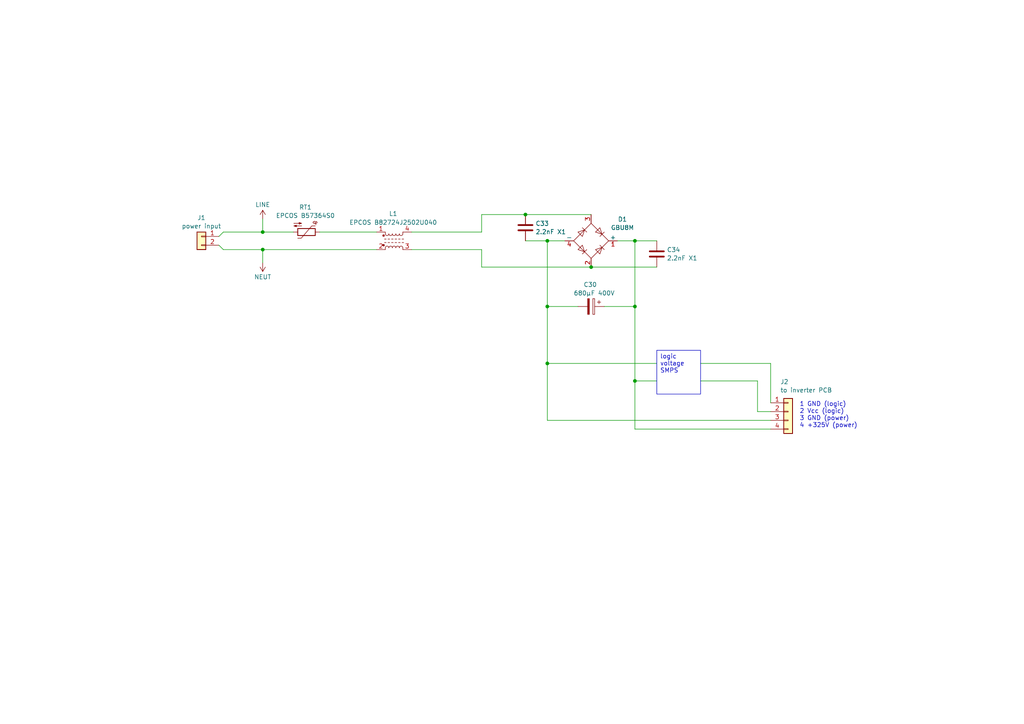
<source format=kicad_sch>
(kicad_sch (version 20231120) (generator "eeschema") (generator_version "8.0")
  (paper "A4")
  (lib_symbols
    (symbol "Connector_Generic:Conn_01x02" (pin_names (offset 1.016) hide)
      (property "Reference" "J" (at 0 2.54 0))
      (property "Value" "Conn_01x02" (at 0 -5.08 0))
      (symbol "Conn_01x02_1_1"
        (rectangle (start -1.27 -2.413) (end 0 -2.667) (stroke (width 0.1524)))
        (rectangle (start -1.27 0.127) (end 0 -0.127) (stroke (width 0.1524)))
        (rectangle (start -1.27 1.27) (end 1.27 -3.81) (stroke (width 0.254)) (fill (type background)))
        (pin passive line (at -5.08 0 0) (length 3.81) (name "Pin_1") (number "1"))
        (pin passive line (at -5.08 -2.54 0) (length 3.81) (name "Pin_2") (number "2"))
      )
    )
    (symbol "Connector_Generic:Conn_01x04" (pin_names (offset 1.016) hide)
      (property "Reference" "J" (at 0 5.08 0))
      (property "Value" "Conn_01x04" (at 0 -7.62 0))
      (symbol "Conn_01x04_1_1"
        (rectangle (start -1.27 -4.953) (end 0 -5.207) (stroke (width 0.1524)))
        (rectangle (start -1.27 -2.413) (end 0 -2.667) (stroke (width 0.1524)))
        (rectangle (start -1.27 0.127) (end 0 -0.127) (stroke (width 0.1524)))
        (rectangle (start -1.27 2.667) (end 0 2.413) (stroke (width 0.1524)))
        (rectangle (start -1.27 3.81) (end 1.27 -6.35) (stroke (width 0.254)) (fill (type background)))
        (pin passive line (at -5.08 2.54 0) (length 3.81) (name "Pin_1") (number "1"))
        (pin passive line (at -5.08 0 0) (length 3.81) (name "Pin_2") (number "2"))
        (pin passive line (at -5.08 -2.54 0) (length 3.81) (name "Pin_3") (number "3"))
        (pin passive line (at -5.08 -5.08 0) (length 3.81) (name "Pin_4") (number "4"))
      )
    )
    (symbol "Device:C" (pin_numbers hide) (pin_names (offset 0.254))
      (property "Reference" "C" (at 0.635 2.54 0))
      (property "Value" "C" (at 0.635 -2.54 0))
      (symbol "C_0_1"
        (polyline (pts (xy -2.032 -0.762) (xy 2.032 -0.762)) (stroke (width 0.508)))
        (polyline (pts (xy -2.032 0.762) (xy 2.032 0.762)) (stroke (width 0.508)))
      )
      (symbol "C_1_1"
        (pin passive line (at 0 3.81 270) (length 2.794) (name "~") (number "1"))
        (pin passive line (at 0 -3.81 90) (length 2.794) (name "~") (number "2"))
      )
    )
    (symbol "Device:C_Polarized" (pin_numbers hide) (pin_names (offset 0.254))
      (property "Reference" "C" (at 0.635 2.54 0))
      (property "Value" "C_Polarized" (at 0.635 -2.54 0))
      (symbol "C_Polarized_0_1"
        (rectangle (start -2.286 0.508) (end 2.286 1.016))
        (polyline (pts (xy -1.778 2.286) (xy -0.762 2.286)))
        (polyline (pts (xy -1.27 2.794) (xy -1.27 1.778)))
        (rectangle (start 2.286 -0.508) (end -2.286 -1.016) (fill (type outline)))
      )
      (symbol "C_Polarized_1_1"
        (pin passive line (at 0 3.81 270) (length 2.794) (name "~") (number "1"))
        (pin passive line (at 0 -3.81 90) (length 2.794) (name "~") (number "2"))
      )
    )
    (symbol "Device:L_Ferrite_Coupled_1423" (pin_names (offset 0.254) hide)
      (property "Reference" "L" (at 0 4.445 0))
      (property "Value" "L_Ferrite_Coupled_1423" (at 0 -4.445 0))
      (symbol "L_Ferrite_Coupled_1423_0_1"
        (circle (center -3.048 -1.27) (radius 0.254) (fill (type outline)))
        (circle (center -3.048 1.524) (radius 0.254) (fill (type outline)))
        (arc (start -2.54 2.032) (mid -2.032 1.5262) (end -1.524 2.032))
        (arc (start -1.524 -2.032) (mid -2.032 -1.5262) (end -2.54 -2.032))
        (arc (start -1.524 2.032) (mid -1.016 1.5262) (end -0.508 2.032))
        (arc (start -0.508 -2.032) (mid -1.016 -1.5262) (end -1.524 -2.032))
        (arc (start -0.508 2.032) (mid 0 1.5262) (end 0.508 2.032))
        (polyline (pts (xy -2.794 -0.508) (xy -2.286 -0.508)))
        (polyline (pts (xy -2.794 0.508) (xy -2.286 0.508)))
        (polyline (pts (xy -2.54 -2.032) (xy -2.54 -2.54)))
        (polyline (pts (xy -2.54 2.032) (xy -2.54 2.54)))
        (polyline (pts (xy -1.778 -0.508) (xy -1.27 -0.508)))
        (polyline (pts (xy -1.778 0.508) (xy -1.27 0.508)))
        (polyline (pts (xy -0.762 -0.508) (xy -0.254 -0.508)))
        (polyline (pts (xy -0.762 0.508) (xy -0.254 0.508)))
        (polyline (pts (xy 0.254 -0.508) (xy 0.762 -0.508)))
        (polyline (pts (xy 0.254 0.508) (xy 0.762 0.508)))
        (polyline (pts (xy 1.27 -0.508) (xy 1.778 -0.508)))
        (polyline (pts (xy 1.27 0.508) (xy 1.778 0.508)))
        (polyline (pts (xy 2.286 -0.508) (xy 2.794 -0.508)))
        (polyline (pts (xy 2.286 0.508) (xy 2.794 0.508)))
        (polyline (pts (xy 2.54 -2.032) (xy 2.54 -2.54)))
        (polyline (pts (xy 2.54 2.54) (xy 2.54 2.032)))
        (arc (start 0.508 -2.032) (mid 0 -1.5262) (end -0.508 -2.032))
        (arc (start 0.508 2.032) (mid 1.016 1.5262) (end 1.524 2.032))
        (arc (start 1.524 -2.032) (mid 1.016 -1.5262) (end 0.508 -2.032))
        (arc (start 1.524 2.032) (mid 2.032 1.5262) (end 2.54 2.032))
        (arc (start 2.54 -2.032) (mid 2.032 -1.5262) (end 1.524 -2.032))
      )
      (symbol "L_Ferrite_Coupled_1423_1_1"
        (pin passive line (at -5.08 2.54 0) (length 2.54) (name "1") (number "1"))
        (pin passive line (at -5.08 -2.54 0) (length 2.54) (name "2") (number "2"))
        (pin passive line (at 5.08 -2.54 180) (length 2.54) (name "3") (number "3"))
        (pin passive line (at 5.08 2.54 180) (length 2.54) (name "4") (number "4"))
      )
    )
    (symbol "Device:Thermistor_NTC" (pin_numbers hide) (pin_names (offset 0))
      (property "Reference" "TH" (at -4.445 0 90))
      (property "Value" "Thermistor_NTC" (at 3.175 0 90))
      (symbol "Thermistor_NTC_0_1"
        (arc (start -3.048 2.159) (mid -3.0495 2.3143) (end -3.175 2.413))
        (arc (start -3.048 2.159) (mid -2.9736 1.9794) (end -2.794 1.905))
        (arc (start -3.048 2.794) (mid -2.9736 2.6144) (end -2.794 2.54))
        (arc (start -2.794 1.905) (mid -2.6144 1.9794) (end -2.54 2.159))
        (arc (start -2.794 2.54) (mid -2.4393 2.5587) (end -2.159 2.794))
        (arc (start -2.794 3.048) (mid -2.9736 2.9736) (end -3.048 2.794))
        (arc (start -2.54 2.794) (mid -2.6144 2.9736) (end -2.794 3.048))
        (rectangle (start -1.016 2.54) (end 1.016 -2.54) (stroke (width 0.254)))
        (polyline (pts (xy -2.54 2.159) (xy -2.54 2.794)))
        (polyline (pts (xy -1.778 2.54) (xy -1.778 1.524) (xy 1.778 -1.524) (xy 1.778 -2.54)))
        (polyline (pts (xy -2.54 -3.683) (xy -2.54 -1.397) (xy -2.794 -2.159) (xy -2.286 -2.159) (xy -2.54 -1.397) (xy -2.54 -1.651)) (fill (type outline)))
        (polyline (pts (xy -1.778 -1.397) (xy -1.778 -3.683) (xy -2.032 -2.921) (xy -1.524 -2.921) (xy -1.778 -3.683) (xy -1.778 -3.429)) (fill (type outline)))
      )
      (symbol "Thermistor_NTC_1_1"
        (pin passive line (at 0 3.81 270) (length 1.27) (name "~") (number "1"))
        (pin passive line (at 0 -3.81 90) (length 1.27) (name "~") (number "2"))
      )
    )
    (symbol "Diode_Bridge:GBU8M" (pin_names (offset 0))
      (property "Reference" "D" (at 2.54 6.985 0))
      (property "Value" "GBU8M" (at 2.54 5.08 0))
      (symbol "GBU8M_0_1"
        (polyline (pts (xy -2.54 3.81) (xy -1.27 2.54)))
        (polyline (pts (xy -1.27 -2.54) (xy -2.54 -3.81)))
        (polyline (pts (xy 2.54 -1.27) (xy 3.81 -2.54)))
        (polyline (pts (xy 2.54 1.27) (xy 3.81 2.54)))
        (polyline (pts (xy -3.81 2.54) (xy -2.54 1.27) (xy -1.905 3.175) (xy -3.81 2.54)))
        (polyline (pts (xy -2.54 -1.27) (xy -3.81 -2.54) (xy -1.905 -3.175) (xy -2.54 -1.27)))
        (polyline (pts (xy 1.27 2.54) (xy 2.54 3.81) (xy 3.175 1.905) (xy 1.27 2.54)))
        (polyline (pts (xy 3.175 -1.905) (xy 1.27 -2.54) (xy 2.54 -3.81) (xy 3.175 -1.905)))
        (polyline (pts (xy -5.08 0) (xy 0 -5.08) (xy 5.08 0) (xy 0 5.08) (xy -5.08 0)))
      )
      (symbol "GBU8M_1_1"
        (pin passive line (at 7.62 0 180) (length 2.54) (name "+") (number "1"))
        (pin passive line (at 0 -7.62 90) (length 2.54) (name "~") (number "2"))
        (pin passive line (at 0 7.62 270) (length 2.54) (name "~") (number "3"))
        (pin passive line (at -7.62 0 0) (length 2.54) (name "-") (number "4"))
      )
    )
    (symbol "power:LINE" (power) (pin_numbers hide) (pin_names (offset 0) hide)
      (property "Value" "LINE" (at 0 3.556 0))
      (symbol "LINE_0_1"
        (polyline (pts (xy -0.762 1.27) (xy 0 2.54)))
        (polyline (pts (xy 0 0) (xy 0 2.54)))
        (polyline (pts (xy 0 2.54) (xy 0.762 1.27)))
      )
      (symbol "LINE_1_1"
        (pin power_in line (at 0 0 90) (length 0) (name "~") (number "1"))
      )
    )
    (symbol "power:NEUT" (power) (pin_numbers hide) (pin_names (offset 0) hide)
      (property "Value" "NEUT" (at 0 3.556 0))
      (symbol "NEUT_0_1"
        (polyline (pts (xy -0.762 1.27) (xy 0 2.54)))
        (polyline (pts (xy 0 0) (xy 0 2.54)))
        (polyline (pts (xy 0 2.54) (xy 0.762 1.27)))
      )
      (symbol "NEUT_1_1"
        (pin power_in line (at 0 0 90) (length 0) (name "~") (number "1"))
      )
    )
  )
  (junction (at 158.75 69.85))
  (junction (at 184.15 88.9))
  (junction (at 76.2 67.31))
  (junction (at 158.75 88.9))
  (junction (at 158.75 105.41))
  (junction (at 152.4 62.23))
  (junction (at 184.15 69.85))
  (junction (at 184.15 110.49))
  (junction (at 76.2 72.39))
  (junction (at 171.45 77.47))
  (wire (pts (xy 184.15 110.49) (xy 190.5 110.49)))
  (wire (pts (xy 184.15 124.46) (xy 223.52 124.46)))
  (wire (pts (xy 139.7 72.39) (xy 139.7 77.47)))
  (wire (pts (xy 76.2 72.39) (xy 76.2 76.2)))
  (wire (pts (xy 158.75 69.85) (xy 163.83 69.85)))
  (wire (pts (xy 184.15 110.49) (xy 184.15 124.46)))
  (wire (pts (xy 139.7 67.31) (xy 119.38 67.31)))
  (wire (pts (xy 158.75 88.9) (xy 158.75 105.41)))
  (wire (pts (xy 175.26 88.9) (xy 184.15 88.9)))
  (wire (pts (xy 184.15 69.85) (xy 190.5 69.85)))
  (wire (pts (xy 219.71 119.38) (xy 223.52 119.38)))
  (wire (pts (xy 203.2 110.49) (xy 219.71 110.49)))
  (wire (pts (xy 64.77 67.31) (xy 76.2 67.31)))
  (wire (pts (xy 76.2 72.39) (xy 109.22 72.39)))
  (wire (pts (xy 158.75 88.9) (xy 167.64 88.9)))
  (wire (pts (xy 63.5 71.12) (xy 64.77 72.39)))
  (wire (pts (xy 184.15 88.9) (xy 184.15 110.49)))
  (wire (pts (xy 158.75 105.41) (xy 190.5 105.41)))
  (wire (pts (xy 152.4 62.23) (xy 171.45 62.23)))
  (wire (pts (xy 179.07 69.85) (xy 184.15 69.85)))
  (wire (pts (xy 152.4 69.85) (xy 158.75 69.85)))
  (wire (pts (xy 203.2 105.41) (xy 223.52 105.41)))
  (wire (pts (xy 158.75 105.41) (xy 158.75 121.92)))
  (wire (pts (xy 223.52 105.41) (xy 223.52 116.84)))
  (wire (pts (xy 63.5 68.58) (xy 64.77 67.31)))
  (wire (pts (xy 139.7 62.23) (xy 152.4 62.23)))
  (wire (pts (xy 219.71 110.49) (xy 219.71 119.38)))
  (wire (pts (xy 76.2 63.5) (xy 76.2 67.31)))
  (wire (pts (xy 139.7 62.23) (xy 139.7 67.31)))
  (wire (pts (xy 139.7 77.47) (xy 171.45 77.47)))
  (wire (pts (xy 184.15 69.85) (xy 184.15 88.9)))
  (wire (pts (xy 158.75 121.92) (xy 223.52 121.92)))
  (wire (pts (xy 92.71 67.31) (xy 109.22 67.31)))
  (wire (pts (xy 171.45 77.47) (xy 190.5 77.47)))
  (wire (pts (xy 158.75 69.85) (xy 158.75 88.9)))
  (wire (pts (xy 76.2 67.31) (xy 85.09 67.31)))
  (wire (pts (xy 119.38 72.39) (xy 139.7 72.39)))
  (wire (pts (xy 64.77 72.39) (xy 76.2 72.39)))
  (text_box "logic voltage SMPS" (at 190.5 101.6 0) (size 12.7 12.7) (effects (font (size 1.27 1.27)) (justify left top)))
  (text "1 GND (logic)\n2 Vcc (logic)\n3 GND (power)\n4 +325V (power)\n" (at 231.902 120.396 0) (effects (font (size 1.27 1.27)) (justify left)))
  (symbol (lib_id "Device:Thermistor_NTC") (at 88.9 67.31 270) (unit 1)
    (property "Reference" "RT1" (at 88.5825 60.1175 90))
    (property "Value" "EPCOS B57364S0" (at 88.5825 62.5418 90))
    (property "Description" "Temperature dependent resistor, negative temperature coefficient" (effects (hide yes)))
  )
  (symbol (lib_id "power:NEUT") (at 76.2 76.2 180) (unit 1)
    (property "Reference" "#PWR02" (effects (hide yes)))
    (property "Value" "NEUT" (at 76.2 80.3331 0))
    (property "Description" "Power symbol creates a global label with name \"NEUT\"" (effects (hide yes)))
  )
  (symbol (lib_id "Connector_Generic:Conn_01x04") (at 228.6 119.38 0) (unit 1)
    (property "Reference" "J2" (at 226.314 110.744 0) (effects (justify left)))
    (property "Value" "to inverter PCB" (at 226.314 113.1683 0) (effects (justify left)))
    (property "Description" "Generic connector, single row, 01x04, script generated (kicad-library-utils/schlib/autogen/connector/)" (effects (hide yes)))
  )
  (symbol (lib_id "Diode_Bridge:GBU8M") (at 171.45 69.85 0) (unit 1)
    (property "Reference" "D1" (at 180.5419 63.6034 0))
    (property "Value" "GBU8M" (at 180.5419 66.0277 0))
    (property "Footprint" "Diode_THT:Diode_Bridge_Vishay_GBU" (effects (hide yes)))
    (property "Datasheet" "http://www.vishay.com/docs/88656/gbu8a.pdf" (effects (hide yes)))
    (property "Description" "Single-Phase Bridge Rectifier, 700V Vrms, 8.0A If, GBU package" (effects (hide yes)))
  )
  (symbol (lib_id "power:LINE") (at 76.2 63.5 0) (unit 1)
    (property "Reference" "#PWR01" (effects (hide yes)))
    (property "Value" "LINE" (at 76.2 59.3669 0))
    (property "Description" "Power symbol creates a global label with name \"LINE\"" (effects (hide yes)))
  )
  (symbol (lib_id "Device:C") (at 152.4 66.04 0) (unit 1)
    (property "Reference" "C33" (at 155.321 64.8278 0) (effects (justify left)))
    (property "Value" "2.2nF X1" (at 155.321 67.2521 0) (effects (justify left)))
    (property "Description" "Unpolarized capacitor" (effects (hide yes)))
  )
  (symbol (lib_id "Connector_Generic:Conn_01x02") (at 58.42 68.58 0) (mirror y) (unit 1)
    (property "Reference" "J1" (at 58.42 63.1655 0))
    (property "Value" "power input" (at 58.42 65.5898 0))
    (property "Description" "Generic connector, single row, 01x02, script generated (kicad-library-utils/schlib/autogen/connector/)" (effects (hide yes)))
  )
  (symbol (lib_id "Device:C_Polarized") (at 171.45 88.9 270) (unit 1)
    (property "Reference" "C30" (at 171.196 82.55 90))
    (property "Value" "680µF 400V" (at 172.339 85.0208 90))
    (property "Description" "Polarized capacitor" (effects (hide yes)))
  )
  (symbol (lib_id "Device:L_Ferrite_Coupled_1423") (at 114.3 69.85 0) (unit 1)
    (property "Reference" "L1" (at 114.046 61.976 0))
    (property "Value" "EPCOS B82724J2502U040" (at 114.046 64.516 0))
    (property "Description" "Coupled inductor with ferrite core" (effects (hide yes)))
  )
  (symbol (lib_id "Device:C") (at 190.5 73.66 0) (unit 1)
    (property "Reference" "C34" (at 193.421 72.4478 0) (effects (justify left)))
    (property "Value" "2.2nF X1" (at 193.421 74.8721 0) (effects (justify left)))
    (property "Description" "Unpolarized capacitor" (effects (hide yes)))
  )
)
</source>
